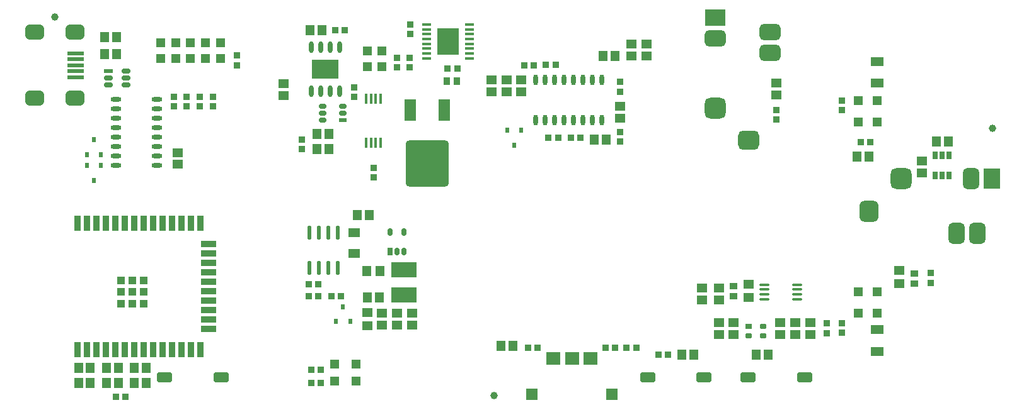
<source format=gtp>
G04*
G04 #@! TF.GenerationSoftware,Altium Limited,Altium Designer,21.1.1 (26)*
G04*
G04 Layer_Color=8421504*
%FSLAX25Y25*%
%MOIN*%
G70*
G04*
G04 #@! TF.SameCoordinates,699B9FA1-69CE-4F8E-812B-AA759A78C5B1*
G04*
G04*
G04 #@! TF.FilePolarity,Positive*
G04*
G01*
G75*
%ADD29R,0.03740X0.03347*%
%ADD30R,0.04134X0.04134*%
%ADD31R,0.03543X0.07874*%
%ADD32R,0.03543X0.07874*%
%ADD33R,0.07874X0.03543*%
%ADD34R,0.07874X0.03543*%
G04:AMPARAMS|DCode=35|XSize=78.74mil|YSize=98.43mil|CornerRadius=19.68mil|HoleSize=0mil|Usage=FLASHONLY|Rotation=90.000|XOffset=0mil|YOffset=0mil|HoleType=Round|Shape=RoundedRectangle|*
%AMROUNDEDRECTD35*
21,1,0.07874,0.05906,0,0,90.0*
21,1,0.03937,0.09843,0,0,90.0*
1,1,0.03937,0.02953,0.01968*
1,1,0.03937,0.02953,-0.01968*
1,1,0.03937,-0.02953,-0.01968*
1,1,0.03937,-0.02953,0.01968*
%
%ADD35ROUNDEDRECTD35*%
%ADD36R,0.08858X0.01968*%
G04:AMPARAMS|DCode=37|XSize=23.62mil|YSize=47.24mil|CornerRadius=5.91mil|HoleSize=0mil|Usage=FLASHONLY|Rotation=90.000|XOffset=0mil|YOffset=0mil|HoleType=Round|Shape=RoundedRectangle|*
%AMROUNDEDRECTD37*
21,1,0.02362,0.03543,0,0,90.0*
21,1,0.01181,0.04724,0,0,90.0*
1,1,0.01181,0.01772,0.00591*
1,1,0.01181,0.01772,-0.00591*
1,1,0.01181,-0.01772,-0.00591*
1,1,0.01181,-0.01772,0.00591*
%
%ADD37ROUNDEDRECTD37*%
%ADD38R,0.04724X0.02362*%
%ADD39C,0.03937*%
%ADD40R,0.13780X0.07874*%
%ADD41O,0.01600X0.05512*%
G04:AMPARAMS|DCode=42|XSize=228.35mil|YSize=244.1mil|CornerRadius=17.13mil|HoleSize=0mil|Usage=FLASHONLY|Rotation=180.000|XOffset=0mil|YOffset=0mil|HoleType=Round|Shape=RoundedRectangle|*
%AMROUNDEDRECTD42*
21,1,0.22835,0.20984,0,0,180.0*
21,1,0.19410,0.24410,0,0,180.0*
1,1,0.03425,-0.09705,0.10492*
1,1,0.03425,0.09705,0.10492*
1,1,0.03425,0.09705,-0.10492*
1,1,0.03425,-0.09705,-0.10492*
%
%ADD42ROUNDEDRECTD42*%
%ADD43R,0.06299X0.11811*%
%ADD44R,0.02362X0.02756*%
%ADD45R,0.06299X0.06299*%
%ADD46R,0.07480X0.07087*%
G04:AMPARAMS|DCode=47|XSize=82.68mil|YSize=55.12mil|CornerRadius=13.78mil|HoleSize=0mil|Usage=FLASHONLY|Rotation=0.000|XOffset=0mil|YOffset=0mil|HoleType=Round|Shape=RoundedRectangle|*
%AMROUNDEDRECTD47*
21,1,0.08268,0.02756,0,0,0.0*
21,1,0.05512,0.05512,0,0,0.0*
1,1,0.02756,0.02756,-0.01378*
1,1,0.02756,-0.02756,-0.01378*
1,1,0.02756,-0.02756,0.01378*
1,1,0.02756,0.02756,0.01378*
%
%ADD47ROUNDEDRECTD47*%
G04:AMPARAMS|DCode=48|XSize=26mil|YSize=40mil|CornerRadius=6.5mil|HoleSize=0mil|Usage=FLASHONLY|Rotation=180.000|XOffset=0mil|YOffset=0mil|HoleType=Round|Shape=RoundedRectangle|*
%AMROUNDEDRECTD48*
21,1,0.02600,0.02700,0,0,180.0*
21,1,0.01300,0.04000,0,0,180.0*
1,1,0.01300,-0.00650,0.01350*
1,1,0.01300,0.00650,0.01350*
1,1,0.01300,0.00650,-0.01350*
1,1,0.01300,-0.00650,-0.01350*
%
%ADD48ROUNDEDRECTD48*%
%ADD49R,0.02600X0.04000*%
%ADD50R,0.03543X0.02756*%
G04:AMPARAMS|DCode=51|XSize=27.56mil|YSize=35.43mil|CornerRadius=6.89mil|HoleSize=0mil|Usage=FLASHONLY|Rotation=90.000|XOffset=0mil|YOffset=0mil|HoleType=Round|Shape=RoundedRectangle|*
%AMROUNDEDRECTD51*
21,1,0.02756,0.02165,0,0,90.0*
21,1,0.01378,0.03543,0,0,90.0*
1,1,0.01378,0.01083,0.00689*
1,1,0.01378,0.01083,-0.00689*
1,1,0.01378,-0.01083,-0.00689*
1,1,0.01378,-0.01083,0.00689*
%
%ADD51ROUNDEDRECTD51*%
G04:AMPARAMS|DCode=52|XSize=23.62mil|YSize=39.37mil|CornerRadius=5.91mil|HoleSize=0mil|Usage=FLASHONLY|Rotation=270.000|XOffset=0mil|YOffset=0mil|HoleType=Round|Shape=RoundedRectangle|*
%AMROUNDEDRECTD52*
21,1,0.02362,0.02756,0,0,270.0*
21,1,0.01181,0.03937,0,0,270.0*
1,1,0.01181,-0.01378,-0.00591*
1,1,0.01181,-0.01378,0.00591*
1,1,0.01181,0.01378,0.00591*
1,1,0.01181,0.01378,-0.00591*
%
%ADD52ROUNDEDRECTD52*%
%ADD53R,0.03937X0.02362*%
%ADD54R,0.14016X0.10000*%
%ADD55O,0.02362X0.06102*%
G04:AMPARAMS|DCode=56|XSize=16.14mil|YSize=49.21mil|CornerRadius=4.04mil|HoleSize=0mil|Usage=FLASHONLY|Rotation=270.000|XOffset=0mil|YOffset=0mil|HoleType=Round|Shape=RoundedRectangle|*
%AMROUNDEDRECTD56*
21,1,0.01614,0.04114,0,0,270.0*
21,1,0.00807,0.04921,0,0,270.0*
1,1,0.00807,-0.02057,-0.00404*
1,1,0.00807,-0.02057,0.00404*
1,1,0.00807,0.02057,0.00404*
1,1,0.00807,0.02057,-0.00404*
%
%ADD56ROUNDEDRECTD56*%
%ADD57R,0.11575X0.14094*%
%ADD58O,0.02165X0.07677*%
%ADD59O,0.05709X0.02362*%
%ADD60R,0.04724X0.04724*%
%ADD61R,0.04724X0.04724*%
%ADD62R,0.05315X0.04528*%
%ADD63R,0.05118X0.05512*%
%ADD64O,0.02362X0.05709*%
%ADD65R,0.07087X0.05118*%
%ADD66R,0.03937X0.03543*%
%ADD67R,0.06496X0.04724*%
%ADD68R,0.05512X0.05118*%
G04:AMPARAMS|DCode=69|XSize=23.62mil|YSize=43.31mil|CornerRadius=0.12mil|HoleSize=0mil|Usage=FLASHONLY|Rotation=0.000|XOffset=0mil|YOffset=0mil|HoleType=Round|Shape=RoundedRectangle|*
%AMROUNDEDRECTD69*
21,1,0.02362,0.04307,0,0,0.0*
21,1,0.02339,0.04331,0,0,0.0*
1,1,0.00024,0.01169,-0.02153*
1,1,0.00024,-0.01169,-0.02153*
1,1,0.00024,-0.01169,0.02153*
1,1,0.00024,0.01169,0.02153*
%
%ADD69ROUNDEDRECTD69*%
%ADD70O,0.05315X0.01476*%
%ADD71R,0.11024X0.08661*%
G04:AMPARAMS|DCode=72|XSize=86.61mil|YSize=110.24mil|CornerRadius=21.65mil|HoleSize=0mil|Usage=FLASHONLY|Rotation=270.000|XOffset=0mil|YOffset=0mil|HoleType=Round|Shape=RoundedRectangle|*
%AMROUNDEDRECTD72*
21,1,0.08661,0.06693,0,0,270.0*
21,1,0.04331,0.11024,0,0,270.0*
1,1,0.04331,-0.03347,-0.02165*
1,1,0.04331,-0.03347,0.02165*
1,1,0.04331,0.03347,0.02165*
1,1,0.04331,0.03347,-0.02165*
%
%ADD72ROUNDEDRECTD72*%
G04:AMPARAMS|DCode=73|XSize=110.24mil|YSize=110.24mil|CornerRadius=27.56mil|HoleSize=0mil|Usage=FLASHONLY|Rotation=270.000|XOffset=0mil|YOffset=0mil|HoleType=Round|Shape=RoundedRectangle|*
%AMROUNDEDRECTD73*
21,1,0.11024,0.05512,0,0,270.0*
21,1,0.05512,0.11024,0,0,270.0*
1,1,0.05512,-0.02756,-0.02756*
1,1,0.05512,-0.02756,0.02756*
1,1,0.05512,0.02756,0.02756*
1,1,0.05512,0.02756,-0.02756*
%
%ADD73ROUNDEDRECTD73*%
G04:AMPARAMS|DCode=74|XSize=102.36mil|YSize=110.24mil|CornerRadius=25.59mil|HoleSize=0mil|Usage=FLASHONLY|Rotation=270.000|XOffset=0mil|YOffset=0mil|HoleType=Round|Shape=RoundedRectangle|*
%AMROUNDEDRECTD74*
21,1,0.10236,0.05906,0,0,270.0*
21,1,0.05118,0.11024,0,0,270.0*
1,1,0.05118,-0.02953,-0.02559*
1,1,0.05118,-0.02953,0.02559*
1,1,0.05118,0.02953,0.02559*
1,1,0.05118,0.02953,-0.02559*
%
%ADD74ROUNDEDRECTD74*%
%ADD75R,0.03347X0.03740*%
G04:AMPARAMS|DCode=76|XSize=86.61mil|YSize=110.24mil|CornerRadius=21.65mil|HoleSize=0mil|Usage=FLASHONLY|Rotation=180.000|XOffset=0mil|YOffset=0mil|HoleType=Round|Shape=RoundedRectangle|*
%AMROUNDEDRECTD76*
21,1,0.08661,0.06693,0,0,180.0*
21,1,0.04331,0.11024,0,0,180.0*
1,1,0.04331,-0.02165,0.03347*
1,1,0.04331,0.02165,0.03347*
1,1,0.04331,0.02165,-0.03347*
1,1,0.04331,-0.02165,-0.03347*
%
%ADD76ROUNDEDRECTD76*%
G04:AMPARAMS|DCode=77|XSize=102.36mil|YSize=110.24mil|CornerRadius=25.59mil|HoleSize=0mil|Usage=FLASHONLY|Rotation=180.000|XOffset=0mil|YOffset=0mil|HoleType=Round|Shape=RoundedRectangle|*
%AMROUNDEDRECTD77*
21,1,0.10236,0.05906,0,0,180.0*
21,1,0.05118,0.11024,0,0,180.0*
1,1,0.05118,-0.02559,0.02953*
1,1,0.05118,0.02559,0.02953*
1,1,0.05118,0.02559,-0.02953*
1,1,0.05118,-0.02559,-0.02953*
%
%ADD77ROUNDEDRECTD77*%
G04:AMPARAMS|DCode=78|XSize=110.24mil|YSize=110.24mil|CornerRadius=27.56mil|HoleSize=0mil|Usage=FLASHONLY|Rotation=180.000|XOffset=0mil|YOffset=0mil|HoleType=Round|Shape=RoundedRectangle|*
%AMROUNDEDRECTD78*
21,1,0.11024,0.05512,0,0,180.0*
21,1,0.05512,0.11024,0,0,180.0*
1,1,0.05512,-0.02756,0.02756*
1,1,0.05512,0.02756,0.02756*
1,1,0.05512,0.02756,-0.02756*
1,1,0.05512,-0.02756,-0.02756*
%
%ADD78ROUNDEDRECTD78*%
%ADD79R,0.08661X0.11024*%
%ADD80R,0.04528X0.05315*%
%ADD81R,0.03543X0.03937*%
D29*
X725394Y365945D02*
D03*
Y371063D02*
D03*
X698819Y479134D02*
D03*
Y484252D02*
D03*
X733218Y371162D02*
D03*
Y366044D02*
D03*
X733268Y484055D02*
D03*
Y489173D02*
D03*
X780512Y397736D02*
D03*
Y392618D02*
D03*
X616142Y493898D02*
D03*
Y499016D02*
D03*
Y472441D02*
D03*
Y467323D02*
D03*
X475394Y491142D02*
D03*
Y496260D02*
D03*
X485827Y453543D02*
D03*
Y448425D02*
D03*
X498032Y506693D02*
D03*
Y511811D02*
D03*
X504921Y524409D02*
D03*
Y529528D02*
D03*
X504724Y506693D02*
D03*
Y511811D02*
D03*
X413386Y507874D02*
D03*
Y512992D02*
D03*
X447835Y463386D02*
D03*
Y468504D02*
D03*
X400591Y486024D02*
D03*
Y491142D02*
D03*
X393701Y486024D02*
D03*
Y491142D02*
D03*
X379921Y486024D02*
D03*
Y491142D02*
D03*
X386811Y486024D02*
D03*
Y491142D02*
D03*
D30*
X358048Y393643D02*
D03*
X352068D02*
D03*
X363998D02*
D03*
X352068Y387644D02*
D03*
X358048D02*
D03*
X363998D02*
D03*
Y381593D02*
D03*
X358048D02*
D03*
X352068D02*
D03*
D31*
X329051Y357283D02*
D03*
Y424213D02*
D03*
D32*
X334051Y357283D02*
D03*
X339052D02*
D03*
X344052D02*
D03*
X349051D02*
D03*
X354051D02*
D03*
X359071D02*
D03*
X364091D02*
D03*
X369091D02*
D03*
X374091D02*
D03*
X384091D02*
D03*
X379091D02*
D03*
X389071D02*
D03*
X394052D02*
D03*
X374091Y424213D02*
D03*
X334051D02*
D03*
X339052D02*
D03*
X344052D02*
D03*
X349051D02*
D03*
X354051D02*
D03*
X359071D02*
D03*
X364091D02*
D03*
X369091D02*
D03*
X379091D02*
D03*
X384091D02*
D03*
X389071D02*
D03*
X394052D02*
D03*
D33*
X398268Y413134D02*
D03*
Y408134D02*
D03*
Y403134D02*
D03*
Y398114D02*
D03*
Y393114D02*
D03*
Y388134D02*
D03*
Y383134D02*
D03*
Y378134D02*
D03*
Y373134D02*
D03*
D34*
Y368134D02*
D03*
D35*
X327681Y490354D02*
D03*
X306224D02*
D03*
Y525394D02*
D03*
X327681D02*
D03*
D36*
X328055Y501575D02*
D03*
Y504724D02*
D03*
Y514173D02*
D03*
Y511024D02*
D03*
Y507874D02*
D03*
D37*
X354672Y504921D02*
D03*
Y501181D02*
D03*
Y497441D02*
D03*
X345472D02*
D03*
Y501181D02*
D03*
D38*
Y504921D02*
D03*
D39*
X549213Y332677D02*
D03*
X316929Y533465D02*
D03*
X812992Y474409D02*
D03*
D40*
X501575Y399606D02*
D03*
Y386120D02*
D03*
D41*
X489370Y490158D02*
D03*
X486811D02*
D03*
X484252D02*
D03*
X481693D02*
D03*
X489370Y466929D02*
D03*
X486811D02*
D03*
X484252D02*
D03*
X481693D02*
D03*
D42*
X513976Y455905D02*
D03*
D43*
X504921Y484252D02*
D03*
X523032D02*
D03*
D44*
X465748Y372047D02*
D03*
X473228D02*
D03*
X469488Y379921D02*
D03*
X563779Y473425D02*
D03*
X556299D02*
D03*
X560039Y465551D02*
D03*
X337598Y468504D02*
D03*
X341339Y460630D02*
D03*
X333858D02*
D03*
X337598Y446850D02*
D03*
X333858Y454724D02*
D03*
X341339D02*
D03*
D45*
X611811Y333465D02*
D03*
X569291D02*
D03*
D46*
X600394Y352362D02*
D03*
X590551D02*
D03*
X580709D02*
D03*
D47*
X404948Y342520D02*
D03*
X375148D02*
D03*
X630633D02*
D03*
X660433D02*
D03*
X683783D02*
D03*
X713583D02*
D03*
D48*
X494291Y419488D02*
D03*
X501772D02*
D03*
Y409252D02*
D03*
X498032D02*
D03*
D49*
X494291D02*
D03*
D50*
X684055Y369488D02*
D03*
D51*
Y364370D02*
D03*
X691534Y369488D02*
D03*
Y364370D02*
D03*
D52*
X458661Y478740D02*
D03*
Y482480D02*
D03*
Y486221D02*
D03*
X469488D02*
D03*
Y482480D02*
D03*
D53*
Y478740D02*
D03*
D54*
X460177Y505905D02*
D03*
D55*
X467677Y494291D02*
D03*
X462677D02*
D03*
X457677D02*
D03*
X452677D02*
D03*
Y517520D02*
D03*
X457677D02*
D03*
X462677D02*
D03*
X467677D02*
D03*
D56*
X513779Y511614D02*
D03*
X536221D02*
D03*
Y514173D02*
D03*
Y516732D02*
D03*
Y519291D02*
D03*
Y521850D02*
D03*
Y524409D02*
D03*
Y526968D02*
D03*
Y529528D02*
D03*
X513779Y514173D02*
D03*
Y516732D02*
D03*
Y519291D02*
D03*
Y521850D02*
D03*
Y524409D02*
D03*
Y526968D02*
D03*
Y529528D02*
D03*
D57*
X525000Y520571D02*
D03*
D58*
X451693Y400394D02*
D03*
X456693D02*
D03*
X461693D02*
D03*
X466693D02*
D03*
Y419291D02*
D03*
X461693D02*
D03*
X456693D02*
D03*
X451693D02*
D03*
D59*
X370965Y454941D02*
D03*
Y459941D02*
D03*
Y464941D02*
D03*
Y469941D02*
D03*
Y474941D02*
D03*
Y479941D02*
D03*
Y484941D02*
D03*
Y489941D02*
D03*
X349508Y454941D02*
D03*
Y459941D02*
D03*
Y464941D02*
D03*
Y469941D02*
D03*
Y474941D02*
D03*
Y479941D02*
D03*
Y484941D02*
D03*
Y489941D02*
D03*
D60*
X396654Y511417D02*
D03*
Y519685D02*
D03*
X388779D02*
D03*
Y511417D02*
D03*
X751968Y477913D02*
D03*
X404528Y519685D02*
D03*
Y511417D02*
D03*
X380906Y519685D02*
D03*
Y511417D02*
D03*
X373031D02*
D03*
Y519685D02*
D03*
X465118Y349410D02*
D03*
X476378Y340551D02*
D03*
X490158Y515551D02*
D03*
Y507283D02*
D03*
X742126Y489173D02*
D03*
X751968Y387795D02*
D03*
X742126Y376535D02*
D03*
X482283Y507283D02*
D03*
Y515551D02*
D03*
D61*
X751968Y489173D02*
D03*
X476378Y349410D02*
D03*
X465118Y340551D02*
D03*
X742126Y477913D02*
D03*
X751968Y376535D02*
D03*
X742126Y387795D02*
D03*
D62*
X684055Y384842D02*
D03*
Y391732D02*
D03*
X763779Y392126D02*
D03*
Y399016D02*
D03*
X482283Y369783D02*
D03*
Y376673D02*
D03*
D63*
X606890Y512795D02*
D03*
X613189D02*
D03*
X329528Y347441D02*
D03*
X335827D02*
D03*
X349803Y513779D02*
D03*
X343504D02*
D03*
X349803Y522638D02*
D03*
X343504D02*
D03*
X329528Y339567D02*
D03*
X335827D02*
D03*
X741425Y459382D02*
D03*
X747724D02*
D03*
X789567Y467520D02*
D03*
X783268D02*
D03*
X654921Y354331D02*
D03*
X648622D02*
D03*
X694291D02*
D03*
X687992D02*
D03*
X608661Y468504D02*
D03*
X602362D02*
D03*
X462008Y471457D02*
D03*
X455709D02*
D03*
X462008Y463583D02*
D03*
X455709D02*
D03*
X482283Y384646D02*
D03*
X488583D02*
D03*
X458268Y526378D02*
D03*
X451968D02*
D03*
X477165Y428346D02*
D03*
X483465D02*
D03*
X552953Y359252D02*
D03*
X559252D02*
D03*
X350590Y339567D02*
D03*
X344291D02*
D03*
X350590Y347441D02*
D03*
X344291D02*
D03*
X365354D02*
D03*
X359055D02*
D03*
X365354Y339567D02*
D03*
X359055D02*
D03*
D64*
X606260Y500197D02*
D03*
X601260D02*
D03*
X596260D02*
D03*
X591260D02*
D03*
X586260D02*
D03*
X581260D02*
D03*
X576260D02*
D03*
X571260D02*
D03*
X606260Y478740D02*
D03*
X601260D02*
D03*
X596260D02*
D03*
X591260D02*
D03*
X586260D02*
D03*
X581260D02*
D03*
X576260D02*
D03*
X571260D02*
D03*
D65*
X751968Y509842D02*
D03*
Y498425D02*
D03*
Y367717D02*
D03*
Y356299D02*
D03*
D66*
X676181Y385433D02*
D03*
Y390748D02*
D03*
X771654Y392126D02*
D03*
Y397441D02*
D03*
D67*
X475394Y419291D02*
D03*
Y408268D02*
D03*
D68*
X775591Y450787D02*
D03*
Y457087D02*
D03*
X668307Y383465D02*
D03*
Y389764D02*
D03*
X659449D02*
D03*
Y383465D02*
D03*
X676181Y365158D02*
D03*
Y371457D02*
D03*
X668307Y365158D02*
D03*
Y371457D02*
D03*
X700787Y365158D02*
D03*
Y371457D02*
D03*
X708661Y365158D02*
D03*
Y371457D02*
D03*
X716535Y365158D02*
D03*
Y371457D02*
D03*
X698819Y498425D02*
D03*
Y492126D02*
D03*
X548032Y493898D02*
D03*
Y500197D02*
D03*
X555905Y493898D02*
D03*
Y500197D02*
D03*
X563779Y493898D02*
D03*
Y500197D02*
D03*
X622047Y519095D02*
D03*
Y512795D02*
D03*
X629921Y519095D02*
D03*
Y512795D02*
D03*
X616142Y479921D02*
D03*
Y486221D02*
D03*
X437992Y498032D02*
D03*
Y491732D02*
D03*
X498032Y376378D02*
D03*
Y370079D02*
D03*
X490158Y376378D02*
D03*
Y370079D02*
D03*
X505905Y376378D02*
D03*
Y370079D02*
D03*
X381890Y455315D02*
D03*
Y461614D02*
D03*
D69*
X790158Y449409D02*
D03*
X786417D02*
D03*
X782677D02*
D03*
Y460039D02*
D03*
X786417D02*
D03*
X790158D02*
D03*
D70*
X709744Y383957D02*
D03*
Y386516D02*
D03*
Y389075D02*
D03*
Y391634D02*
D03*
X692224Y383957D02*
D03*
Y386516D02*
D03*
Y389075D02*
D03*
Y391634D02*
D03*
D71*
X666339Y533071D02*
D03*
D72*
Y522047D02*
D03*
X695472Y525591D02*
D03*
Y514567D02*
D03*
D73*
X666339Y485039D02*
D03*
D74*
X683858Y468110D02*
D03*
D75*
X354331Y332283D02*
D03*
X349213D02*
D03*
X748511Y467256D02*
D03*
X743393D02*
D03*
X465354Y526378D02*
D03*
X470472D02*
D03*
X576772Y508071D02*
D03*
X581890D02*
D03*
X565354Y507874D02*
D03*
X570472D02*
D03*
X578150Y469488D02*
D03*
X583268D02*
D03*
X589961D02*
D03*
X595079D02*
D03*
X641339Y354331D02*
D03*
X636221D02*
D03*
X463386Y385433D02*
D03*
X468504D02*
D03*
X451378Y391732D02*
D03*
X456496D02*
D03*
X451378Y385433D02*
D03*
X456496D02*
D03*
X529921Y506299D02*
D03*
X524803D02*
D03*
X567323Y358268D02*
D03*
X572441D02*
D03*
X613386D02*
D03*
X608268D02*
D03*
X624606D02*
D03*
X619488D02*
D03*
X457835Y339567D02*
D03*
X452716D02*
D03*
X457835Y346457D02*
D03*
X452716D02*
D03*
D76*
X794095Y418701D02*
D03*
X805118D02*
D03*
X801575Y447835D02*
D03*
D77*
X747638Y430315D02*
D03*
D78*
X764567Y447835D02*
D03*
D79*
X812598D02*
D03*
D80*
X481988Y398819D02*
D03*
X488878D02*
D03*
D81*
X524213Y499606D02*
D03*
X529528D02*
D03*
M02*

</source>
